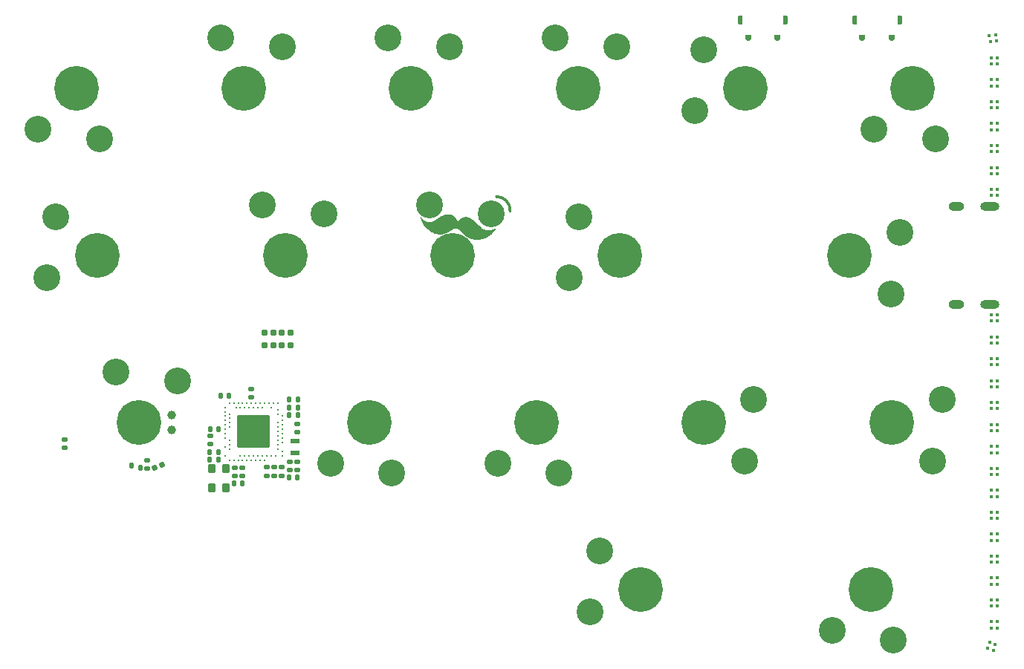
<source format=gts>
G04 #@! TF.GenerationSoftware,KiCad,Pcbnew,(6.0.11-0)*
G04 #@! TF.CreationDate,2023-02-16T18:45:00+08:00*
G04 #@! TF.ProjectId,Left,4c656674-2e6b-4696-9361-645f70636258,rev?*
G04 #@! TF.SameCoordinates,Original*
G04 #@! TF.FileFunction,Soldermask,Top*
G04 #@! TF.FilePolarity,Negative*
%FSLAX46Y46*%
G04 Gerber Fmt 4.6, Leading zero omitted, Abs format (unit mm)*
G04 Created by KiCad (PCBNEW (6.0.11-0)) date 2023-02-16 18:45:00*
%MOMM*%
%LPD*%
G01*
G04 APERTURE LIST*
G04 Aperture macros list*
%AMRoundRect*
0 Rectangle with rounded corners*
0 $1 Rounding radius*
0 $2 $3 $4 $5 $6 $7 $8 $9 X,Y pos of 4 corners*
0 Add a 4 corners polygon primitive as box body*
4,1,4,$2,$3,$4,$5,$6,$7,$8,$9,$2,$3,0*
0 Add four circle primitives for the rounded corners*
1,1,$1+$1,$2,$3*
1,1,$1+$1,$4,$5*
1,1,$1+$1,$6,$7*
1,1,$1+$1,$8,$9*
0 Add four rect primitives between the rounded corners*
20,1,$1+$1,$2,$3,$4,$5,0*
20,1,$1+$1,$4,$5,$6,$7,0*
20,1,$1+$1,$6,$7,$8,$9,0*
20,1,$1+$1,$8,$9,$2,$3,0*%
%AMFreePoly0*
4,1,13,-0.250000,0.375000,-0.240485,0.422835,-0.213388,0.463388,-0.172835,0.490485,-0.125000,0.500000,0.250000,0.500000,0.250000,-0.500000,-0.125000,-0.500000,-0.172835,-0.490485,-0.213388,-0.463388,-0.240485,-0.422835,-0.250000,-0.375000,-0.250000,0.375000,-0.250000,0.375000,$1*%
%AMFreePoly1*
4,1,13,-0.300000,0.150000,-0.288582,0.207403,-0.256066,0.256066,-0.207403,0.288582,-0.150000,0.300000,0.300000,0.300000,0.300000,-0.300000,-0.150000,-0.300000,-0.207403,-0.288582,-0.256066,-0.256066,-0.288582,-0.207403,-0.300000,-0.150000,-0.300000,0.150000,-0.300000,0.150000,$1*%
G04 Aperture macros list end*
%ADD10C,0.350000*%
%ADD11C,0.100000*%
%ADD12RoundRect,0.140000X-0.140000X-0.170000X0.140000X-0.170000X0.140000X0.170000X-0.140000X0.170000X0*%
%ADD13RoundRect,0.087500X-0.087500X-0.087500X0.087500X-0.087500X0.087500X0.087500X-0.087500X0.087500X0*%
%ADD14C,5.100000*%
%ADD15C,3.050000*%
%ADD16RoundRect,0.147500X0.079606X0.212545X-0.197603X0.111649X-0.079606X-0.212545X0.197603X-0.111649X0*%
%ADD17FreePoly0,180.000000*%
%ADD18FreePoly1,90.000000*%
%ADD19FreePoly0,0.000000*%
%ADD20R,1.100000X0.600000*%
%ADD21RoundRect,0.140000X-0.170000X0.140000X-0.170000X-0.140000X0.170000X-0.140000X0.170000X0.140000X0*%
%ADD22RoundRect,0.150000X-0.300000X0.350000X-0.300000X-0.350000X0.300000X-0.350000X0.300000X0.350000X0*%
%ADD23C,0.290000*%
%ADD24RoundRect,0.020000X-1.800000X-1.800000X1.800000X-1.800000X1.800000X1.800000X-1.800000X1.800000X0*%
%ADD25RoundRect,0.140000X0.140000X0.170000X-0.140000X0.170000X-0.140000X-0.170000X0.140000X-0.170000X0*%
%ADD26RoundRect,0.140000X0.170000X-0.140000X0.170000X0.140000X-0.170000X0.140000X-0.170000X-0.140000X0*%
%ADD27RoundRect,0.090000X-0.270000X0.210000X-0.270000X-0.210000X0.270000X-0.210000X0.270000X0.210000X0*%
%ADD28C,1.000000*%
%ADD29RoundRect,0.087500X-0.110256X-0.056178X0.056178X-0.110256X0.110256X0.056178X-0.056178X0.110256X0*%
%ADD30RoundRect,0.135000X0.175745X0.146845X-0.086234X0.212164X-0.175745X-0.146845X0.086234X-0.212164X0*%
%ADD31RoundRect,0.147500X-0.172500X0.147500X-0.172500X-0.147500X0.172500X-0.147500X0.172500X0.147500X0*%
%ADD32RoundRect,0.087500X-0.070976X-0.101365X0.101365X-0.070976X0.070976X0.101365X-0.101365X0.070976X0*%
%ADD33RoundRect,0.147500X0.172500X-0.147500X0.172500X0.147500X-0.172500X0.147500X-0.172500X-0.147500X0*%
%ADD34O,2.200000X1.000000*%
%ADD35O,1.800000X1.000000*%
G04 APERTURE END LIST*
D10*
X153445633Y-91070257D02*
G75*
G03*
X151878348Y-89400000I-1570633J96657D01*
G01*
D11*
G36*
X146422932Y-91439069D02*
G01*
X146491361Y-91448886D01*
X146557040Y-91462526D01*
X146620007Y-91479703D01*
X146680298Y-91500168D01*
X146737952Y-91523625D01*
X146793012Y-91549825D01*
X146845498Y-91578498D01*
X146895468Y-91609352D01*
X146942951Y-91642134D01*
X146987987Y-91676574D01*
X147030619Y-91712383D01*
X147070875Y-91749314D01*
X147144418Y-91825401D01*
X147208944Y-91902695D01*
X147264740Y-91979000D01*
X147312106Y-92052168D01*
X147351356Y-92120020D01*
X147382785Y-92180402D01*
X147423414Y-92270045D01*
X147436414Y-92303790D01*
X147455241Y-92275919D01*
X147478413Y-92244189D01*
X147510462Y-92203357D01*
X147551138Y-92155491D01*
X147600234Y-92102659D01*
X147657489Y-92046942D01*
X147722687Y-91990411D01*
X147758182Y-91962479D01*
X147795581Y-91935127D01*
X147834849Y-91908603D01*
X147875957Y-91883156D01*
X147918873Y-91859066D01*
X147963575Y-91836585D01*
X148010015Y-91815970D01*
X148058184Y-91797480D01*
X148108050Y-91781359D01*
X148159583Y-91767891D01*
X148212745Y-91757331D01*
X148267521Y-91749924D01*
X148323867Y-91745943D01*
X148381770Y-91745621D01*
X148441176Y-91749246D01*
X148502094Y-91757076D01*
X148575878Y-91772233D01*
X148649060Y-91793416D01*
X148721629Y-91820176D01*
X148793596Y-91852150D01*
X148864937Y-91888915D01*
X148935675Y-91930063D01*
X149005795Y-91975202D01*
X149075296Y-92023921D01*
X149212421Y-92130474D01*
X149347032Y-92246476D01*
X149479103Y-92368693D01*
X149608633Y-92493907D01*
X149859912Y-92740313D01*
X149981625Y-92855033D01*
X150100702Y-92959784D01*
X150217095Y-93051329D01*
X150274293Y-93091135D01*
X150330824Y-93126429D01*
X150386670Y-93156791D01*
X150441843Y-93181823D01*
X150496318Y-93201138D01*
X150550115Y-93214307D01*
X150685356Y-93234858D01*
X150814132Y-93245633D01*
X150936128Y-93247835D01*
X151051041Y-93242591D01*
X151158547Y-93231093D01*
X151258339Y-93214484D01*
X151350116Y-93193940D01*
X151433550Y-93170618D01*
X151508342Y-93145689D01*
X151574168Y-93120298D01*
X151677696Y-93072841D01*
X151763515Y-93023704D01*
X151745717Y-93054905D01*
X151691414Y-93140203D01*
X151650152Y-93199218D01*
X151599242Y-93267071D01*
X151538514Y-93342191D01*
X151467801Y-93423012D01*
X151386934Y-93507983D01*
X151295732Y-93595529D01*
X151246207Y-93639774D01*
X151194026Y-93684079D01*
X151139190Y-93728253D01*
X151081651Y-93772097D01*
X151021415Y-93815406D01*
X150958432Y-93857995D01*
X150892712Y-93899665D01*
X150824208Y-93940229D01*
X150752903Y-93979480D01*
X150678783Y-94017227D01*
X150601824Y-94053266D01*
X150521991Y-94087422D01*
X150419972Y-94126566D01*
X150318953Y-94160485D01*
X150218971Y-94189266D01*
X150119989Y-94213037D01*
X150022033Y-94231881D01*
X149925087Y-94245926D01*
X149829163Y-94255263D01*
X149734263Y-94260023D01*
X149640378Y-94260301D01*
X149547512Y-94256195D01*
X149455667Y-94247828D01*
X149364847Y-94235310D01*
X149275048Y-94218732D01*
X149186262Y-94198220D01*
X149011786Y-94145806D01*
X148841399Y-94078922D01*
X148675111Y-93998445D01*
X148512922Y-93905228D01*
X148354857Y-93800150D01*
X148200892Y-93684061D01*
X148051064Y-93557835D01*
X147905351Y-93422342D01*
X147763763Y-93278432D01*
X147723033Y-93236278D01*
X147683705Y-93197563D01*
X147645700Y-93162197D01*
X147608962Y-93130059D01*
X147573407Y-93101041D01*
X147538965Y-93075040D01*
X147505567Y-93051944D01*
X147473139Y-93031636D01*
X147441617Y-93014021D01*
X147410919Y-92998985D01*
X147380980Y-92986419D01*
X147351721Y-92976206D01*
X147323078Y-92968252D01*
X147294970Y-92962440D01*
X147267347Y-92958657D01*
X147240108Y-92956810D01*
X147213206Y-92956769D01*
X147186549Y-92958432D01*
X147160084Y-92961697D01*
X147133722Y-92966452D01*
X147081050Y-92979991D01*
X147027962Y-92998181D01*
X146973887Y-93020152D01*
X146918256Y-93045024D01*
X146800000Y-93100000D01*
X146768580Y-93117945D01*
X146724608Y-93147541D01*
X146601144Y-93233326D01*
X146522684Y-93285347D01*
X146433795Y-93340655D01*
X146334965Y-93397179D01*
X146226734Y-93452824D01*
X146169254Y-93479658D01*
X146109619Y-93505500D01*
X146047904Y-93530069D01*
X145984159Y-93553107D01*
X145918452Y-93574377D01*
X145850874Y-93593586D01*
X145781444Y-93610483D01*
X145710264Y-93624827D01*
X145637378Y-93636329D01*
X145562867Y-93644741D01*
X145486790Y-93649799D01*
X145409211Y-93651248D01*
X145330199Y-93648815D01*
X145249811Y-93642257D01*
X145168120Y-93631296D01*
X145085203Y-93615669D01*
X144946911Y-93581612D01*
X144815194Y-93540902D01*
X144689882Y-93494062D01*
X144570836Y-93441599D01*
X144457921Y-93384015D01*
X144351004Y-93321816D01*
X144249917Y-93255507D01*
X144154542Y-93185602D01*
X144064723Y-93112597D01*
X143980327Y-93037007D01*
X143901209Y-92959328D01*
X143827225Y-92880082D01*
X143694088Y-92718871D01*
X143579787Y-92557432D01*
X143483192Y-92399819D01*
X143403164Y-92250084D01*
X143338561Y-92112264D01*
X143288251Y-91990421D01*
X143225966Y-91810859D01*
X143207227Y-91743816D01*
X143207218Y-91743803D01*
X143207224Y-91743805D01*
X143207227Y-91743816D01*
X143228088Y-91773314D01*
X143253730Y-91806914D01*
X143289137Y-91850174D01*
X143334025Y-91900915D01*
X143388114Y-91956954D01*
X143451116Y-92016109D01*
X143485855Y-92046176D01*
X143522725Y-92076198D01*
X143561670Y-92105907D01*
X143602676Y-92135042D01*
X143645687Y-92163320D01*
X143690676Y-92190465D01*
X143737617Y-92216199D01*
X143786445Y-92240266D01*
X143837160Y-92262386D01*
X143889697Y-92282281D01*
X143944038Y-92299689D01*
X144000149Y-92314328D01*
X144057977Y-92325922D01*
X144117502Y-92334217D01*
X144178682Y-92338922D01*
X144241480Y-92339774D01*
X144305872Y-92336487D01*
X144371803Y-92328804D01*
X144424544Y-92318716D01*
X144478575Y-92304252D01*
X144533847Y-92285724D01*
X144590277Y-92263463D01*
X144706461Y-92209035D01*
X144826686Y-92143546D01*
X144950483Y-92069607D01*
X145077454Y-91989792D01*
X145339064Y-91822936D01*
X145472831Y-91741067D01*
X145607964Y-91663703D01*
X145744036Y-91593424D01*
X145812286Y-91561753D01*
X145880606Y-91532828D01*
X145948935Y-91506967D01*
X146017218Y-91484496D01*
X146085408Y-91465753D01*
X146153442Y-91451037D01*
X146221267Y-91440684D01*
X146288824Y-91435028D01*
X146356065Y-91434387D01*
X146422932Y-91439069D01*
G37*
X146422932Y-91439069D02*
X146491361Y-91448886D01*
X146557040Y-91462526D01*
X146620007Y-91479703D01*
X146680298Y-91500168D01*
X146737952Y-91523625D01*
X146793012Y-91549825D01*
X146845498Y-91578498D01*
X146895468Y-91609352D01*
X146942951Y-91642134D01*
X146987987Y-91676574D01*
X147030619Y-91712383D01*
X147070875Y-91749314D01*
X147144418Y-91825401D01*
X147208944Y-91902695D01*
X147264740Y-91979000D01*
X147312106Y-92052168D01*
X147351356Y-92120020D01*
X147382785Y-92180402D01*
X147423414Y-92270045D01*
X147436414Y-92303790D01*
X147455241Y-92275919D01*
X147478413Y-92244189D01*
X147510462Y-92203357D01*
X147551138Y-92155491D01*
X147600234Y-92102659D01*
X147657489Y-92046942D01*
X147722687Y-91990411D01*
X147758182Y-91962479D01*
X147795581Y-91935127D01*
X147834849Y-91908603D01*
X147875957Y-91883156D01*
X147918873Y-91859066D01*
X147963575Y-91836585D01*
X148010015Y-91815970D01*
X148058184Y-91797480D01*
X148108050Y-91781359D01*
X148159583Y-91767891D01*
X148212745Y-91757331D01*
X148267521Y-91749924D01*
X148323867Y-91745943D01*
X148381770Y-91745621D01*
X148441176Y-91749246D01*
X148502094Y-91757076D01*
X148575878Y-91772233D01*
X148649060Y-91793416D01*
X148721629Y-91820176D01*
X148793596Y-91852150D01*
X148864937Y-91888915D01*
X148935675Y-91930063D01*
X149005795Y-91975202D01*
X149075296Y-92023921D01*
X149212421Y-92130474D01*
X149347032Y-92246476D01*
X149479103Y-92368693D01*
X149608633Y-92493907D01*
X149859912Y-92740313D01*
X149981625Y-92855033D01*
X150100702Y-92959784D01*
X150217095Y-93051329D01*
X150274293Y-93091135D01*
X150330824Y-93126429D01*
X150386670Y-93156791D01*
X150441843Y-93181823D01*
X150496318Y-93201138D01*
X150550115Y-93214307D01*
X150685356Y-93234858D01*
X150814132Y-93245633D01*
X150936128Y-93247835D01*
X151051041Y-93242591D01*
X151158547Y-93231093D01*
X151258339Y-93214484D01*
X151350116Y-93193940D01*
X151433550Y-93170618D01*
X151508342Y-93145689D01*
X151574168Y-93120298D01*
X151677696Y-93072841D01*
X151763515Y-93023704D01*
X151745717Y-93054905D01*
X151691414Y-93140203D01*
X151650152Y-93199218D01*
X151599242Y-93267071D01*
X151538514Y-93342191D01*
X151467801Y-93423012D01*
X151386934Y-93507983D01*
X151295732Y-93595529D01*
X151246207Y-93639774D01*
X151194026Y-93684079D01*
X151139190Y-93728253D01*
X151081651Y-93772097D01*
X151021415Y-93815406D01*
X150958432Y-93857995D01*
X150892712Y-93899665D01*
X150824208Y-93940229D01*
X150752903Y-93979480D01*
X150678783Y-94017227D01*
X150601824Y-94053266D01*
X150521991Y-94087422D01*
X150419972Y-94126566D01*
X150318953Y-94160485D01*
X150218971Y-94189266D01*
X150119989Y-94213037D01*
X150022033Y-94231881D01*
X149925087Y-94245926D01*
X149829163Y-94255263D01*
X149734263Y-94260023D01*
X149640378Y-94260301D01*
X149547512Y-94256195D01*
X149455667Y-94247828D01*
X149364847Y-94235310D01*
X149275048Y-94218732D01*
X149186262Y-94198220D01*
X149011786Y-94145806D01*
X148841399Y-94078922D01*
X148675111Y-93998445D01*
X148512922Y-93905228D01*
X148354857Y-93800150D01*
X148200892Y-93684061D01*
X148051064Y-93557835D01*
X147905351Y-93422342D01*
X147763763Y-93278432D01*
X147723033Y-93236278D01*
X147683705Y-93197563D01*
X147645700Y-93162197D01*
X147608962Y-93130059D01*
X147573407Y-93101041D01*
X147538965Y-93075040D01*
X147505567Y-93051944D01*
X147473139Y-93031636D01*
X147441617Y-93014021D01*
X147410919Y-92998985D01*
X147380980Y-92986419D01*
X147351721Y-92976206D01*
X147323078Y-92968252D01*
X147294970Y-92962440D01*
X147267347Y-92958657D01*
X147240108Y-92956810D01*
X147213206Y-92956769D01*
X147186549Y-92958432D01*
X147160084Y-92961697D01*
X147133722Y-92966452D01*
X147081050Y-92979991D01*
X147027962Y-92998181D01*
X146973887Y-93020152D01*
X146918256Y-93045024D01*
X146800000Y-93100000D01*
X146768580Y-93117945D01*
X146724608Y-93147541D01*
X146601144Y-93233326D01*
X146522684Y-93285347D01*
X146433795Y-93340655D01*
X146334965Y-93397179D01*
X146226734Y-93452824D01*
X146169254Y-93479658D01*
X146109619Y-93505500D01*
X146047904Y-93530069D01*
X145984159Y-93553107D01*
X145918452Y-93574377D01*
X145850874Y-93593586D01*
X145781444Y-93610483D01*
X145710264Y-93624827D01*
X145637378Y-93636329D01*
X145562867Y-93644741D01*
X145486790Y-93649799D01*
X145409211Y-93651248D01*
X145330199Y-93648815D01*
X145249811Y-93642257D01*
X145168120Y-93631296D01*
X145085203Y-93615669D01*
X144946911Y-93581612D01*
X144815194Y-93540902D01*
X144689882Y-93494062D01*
X144570836Y-93441599D01*
X144457921Y-93384015D01*
X144351004Y-93321816D01*
X144249917Y-93255507D01*
X144154542Y-93185602D01*
X144064723Y-93112597D01*
X143980327Y-93037007D01*
X143901209Y-92959328D01*
X143827225Y-92880082D01*
X143694088Y-92718871D01*
X143579787Y-92557432D01*
X143483192Y-92399819D01*
X143403164Y-92250084D01*
X143338561Y-92112264D01*
X143288251Y-91990421D01*
X143225966Y-91810859D01*
X143207227Y-91743816D01*
X143207218Y-91743803D01*
X143207224Y-91743805D01*
X143207227Y-91743816D01*
X143228088Y-91773314D01*
X143253730Y-91806914D01*
X143289137Y-91850174D01*
X143334025Y-91900915D01*
X143388114Y-91956954D01*
X143451116Y-92016109D01*
X143485855Y-92046176D01*
X143522725Y-92076198D01*
X143561670Y-92105907D01*
X143602676Y-92135042D01*
X143645687Y-92163320D01*
X143690676Y-92190465D01*
X143737617Y-92216199D01*
X143786445Y-92240266D01*
X143837160Y-92262386D01*
X143889697Y-92282281D01*
X143944038Y-92299689D01*
X144000149Y-92314328D01*
X144057977Y-92325922D01*
X144117502Y-92334217D01*
X144178682Y-92338922D01*
X144241480Y-92339774D01*
X144305872Y-92336487D01*
X144371803Y-92328804D01*
X144424544Y-92318716D01*
X144478575Y-92304252D01*
X144533847Y-92285724D01*
X144590277Y-92263463D01*
X144706461Y-92209035D01*
X144826686Y-92143546D01*
X144950483Y-92069607D01*
X145077454Y-91989792D01*
X145339064Y-91822936D01*
X145472831Y-91741067D01*
X145607964Y-91663703D01*
X145744036Y-91593424D01*
X145812286Y-91561753D01*
X145880606Y-91532828D01*
X145948935Y-91506967D01*
X146017218Y-91484496D01*
X146085408Y-91465753D01*
X146153442Y-91451037D01*
X146221267Y-91440684D01*
X146288824Y-91435028D01*
X146356065Y-91434387D01*
X146422932Y-91439069D01*
D12*
X119250000Y-115910000D03*
X120210000Y-115910000D03*
D13*
X208234100Y-86093100D03*
X208934100Y-86093100D03*
X208234100Y-86793100D03*
X208934100Y-86793100D03*
D14*
X123075000Y-77038500D03*
D15*
X127475000Y-72338500D03*
X120475000Y-71288500D03*
X163618750Y-129788500D03*
X162568750Y-136788500D03*
D14*
X168318750Y-134188500D03*
D13*
X208234100Y-78583500D03*
X208934100Y-78583500D03*
X208234100Y-79283500D03*
X208934100Y-79283500D03*
D16*
X113805751Y-119984120D03*
X112894249Y-120315880D03*
D13*
X208234100Y-102902700D03*
X208934100Y-102902700D03*
X208234100Y-103602700D03*
X208934100Y-103602700D03*
D17*
X184816000Y-69263500D03*
D18*
X180571000Y-71313500D03*
X183921000Y-71313500D03*
D19*
X179676000Y-69263500D03*
D13*
X208234100Y-112902700D03*
X208934100Y-112902700D03*
X208234100Y-113602700D03*
X208934100Y-113602700D03*
D14*
X127837500Y-96088500D03*
D15*
X125237500Y-90338500D03*
X132237500Y-91388500D03*
D13*
X208234100Y-73583500D03*
X208934100Y-73583500D03*
X208234100Y-74283500D03*
X208934100Y-74283500D03*
D20*
X128925000Y-118650000D03*
X128925000Y-117250000D03*
D21*
X129200000Y-119620000D03*
X129200000Y-120580000D03*
D12*
X119240000Y-119370000D03*
X120200000Y-119370000D03*
D22*
X119460000Y-120450000D03*
X119460000Y-122650000D03*
X121060000Y-122650000D03*
X121060000Y-120450000D03*
D23*
X125460500Y-119450000D03*
X124960500Y-119450000D03*
X124460500Y-119450000D03*
X123960500Y-119450000D03*
X123460500Y-119450000D03*
X122960500Y-119450000D03*
X122460500Y-119450000D03*
X121960500Y-119450000D03*
X121460500Y-119450000D03*
X120960500Y-113950000D03*
X126960500Y-113700000D03*
X126210500Y-113450000D03*
X125210500Y-113450000D03*
X124710500Y-113450000D03*
X124210500Y-113450000D03*
X123710500Y-113450000D03*
X123210500Y-113450000D03*
X122710500Y-113450000D03*
X122210500Y-113450000D03*
X120960500Y-113450000D03*
X126960500Y-112950000D03*
X126460500Y-112950000D03*
X125960500Y-112950000D03*
X125460500Y-112950000D03*
X124960500Y-112950000D03*
X124460500Y-112950000D03*
X123960500Y-112950000D03*
X123460500Y-112950000D03*
X122960500Y-112950000D03*
X122460500Y-112950000D03*
X121960500Y-112950000D03*
X121460500Y-112950000D03*
X127460500Y-118950000D03*
X126710500Y-118950000D03*
X126210500Y-118950000D03*
X125710500Y-118950000D03*
X125210500Y-118950000D03*
X124710500Y-118950000D03*
X124210500Y-118950000D03*
X123710500Y-118950000D03*
X123210500Y-118950000D03*
X122710500Y-118950000D03*
X120960500Y-118950000D03*
X127460500Y-118450000D03*
X126960500Y-118200000D03*
X121460500Y-118200000D03*
X120960500Y-117950000D03*
D24*
X124210500Y-116200000D03*
D23*
X126960500Y-117700000D03*
X121460500Y-117700000D03*
X127460500Y-117450000D03*
X126960500Y-117200000D03*
X121460500Y-117200000D03*
X127460500Y-116950000D03*
X120960500Y-116950000D03*
X126960500Y-116700000D03*
X127460500Y-116450000D03*
X120960500Y-116450000D03*
X126960500Y-116200000D03*
X127460500Y-115950000D03*
X120960500Y-115950000D03*
X126960500Y-115700000D03*
X121460500Y-115700000D03*
X127460500Y-115450000D03*
X120960500Y-115450000D03*
X126960500Y-115200000D03*
X121460500Y-115200000D03*
X127460500Y-114950000D03*
X120960500Y-114950000D03*
X121460500Y-114700000D03*
X127460500Y-114450000D03*
X120960500Y-114450000D03*
X126960500Y-114200000D03*
X121460500Y-114200000D03*
D25*
X129240500Y-114350000D03*
X128280500Y-114350000D03*
D15*
X151287500Y-91388500D03*
X144287500Y-90338500D03*
D14*
X146887500Y-96088500D03*
D15*
X197881250Y-93488500D03*
D14*
X192131250Y-96088500D03*
D15*
X196831250Y-100488500D03*
D14*
X111168750Y-115138500D03*
D15*
X108568750Y-109388500D03*
X115568750Y-110438500D03*
D13*
X208234100Y-122902700D03*
X208934100Y-122902700D03*
X208234100Y-123602700D03*
X208934100Y-123602700D03*
X208234100Y-125402700D03*
X208934100Y-125402700D03*
X208234100Y-126102700D03*
X208934100Y-126102700D03*
D26*
X119250000Y-117650000D03*
X119250000Y-116690000D03*
X122050000Y-121280000D03*
X122050000Y-120320000D03*
D13*
X208234100Y-130402700D03*
X208934100Y-130402700D03*
X208234100Y-131102700D03*
X208934100Y-131102700D03*
D27*
X128390000Y-106325000D03*
X127420000Y-106325000D03*
X126450000Y-106325000D03*
X125480000Y-106325000D03*
X125480000Y-104925000D03*
X126450000Y-104925000D03*
X127420000Y-104925000D03*
X128390000Y-104925000D03*
D15*
X174475000Y-79638500D03*
D14*
X180225000Y-77038500D03*
D15*
X175525000Y-72638500D03*
D13*
X208234100Y-76083500D03*
X208934100Y-76083500D03*
X208234100Y-76783500D03*
X208934100Y-76783500D03*
D28*
X114900000Y-114300000D03*
D14*
X199275000Y-77038500D03*
D15*
X194875000Y-81738500D03*
X201875000Y-82788500D03*
X202643750Y-112538500D03*
X201593750Y-119538500D03*
D14*
X196893750Y-115138500D03*
D15*
X152012500Y-119838500D03*
X159012500Y-120888500D03*
D14*
X156412500Y-115138500D03*
D13*
X208234100Y-115402700D03*
X208934100Y-115402700D03*
X208234100Y-116102700D03*
X208934100Y-116102700D03*
D29*
X208055886Y-140274974D03*
X208721626Y-140491286D03*
X207839574Y-140940714D03*
X208505314Y-141157026D03*
D15*
X139525000Y-71288500D03*
D14*
X142125000Y-77038500D03*
D15*
X146525000Y-72338500D03*
D30*
X111294851Y-120343380D03*
X110305149Y-120096620D03*
D13*
X208234100Y-105402700D03*
X208934100Y-105402700D03*
X208234100Y-106102700D03*
X208934100Y-106102700D03*
D15*
X99625000Y-81738500D03*
D14*
X104025000Y-77038500D03*
D15*
X106625000Y-82788500D03*
D13*
X208234100Y-83593100D03*
X208934100Y-83593100D03*
X208234100Y-84293100D03*
X208934100Y-84293100D03*
X208234100Y-127902700D03*
X208934100Y-127902700D03*
X208234100Y-128602700D03*
X208934100Y-128602700D03*
D26*
X127400000Y-121230000D03*
X127400000Y-120270000D03*
D31*
X125700000Y-120265000D03*
X125700000Y-121235000D03*
D13*
X208234100Y-132902700D03*
X208934100Y-132902700D03*
X208234100Y-133602700D03*
X208934100Y-133602700D03*
D28*
X114900000Y-116000000D03*
D25*
X120190000Y-118550000D03*
X119230000Y-118550000D03*
D14*
X106406300Y-96088500D03*
D15*
X101706300Y-91688500D03*
X100656300Y-98688500D03*
D12*
X120470000Y-112150000D03*
X121430000Y-112150000D03*
D13*
X208234100Y-107902700D03*
X208934100Y-107902700D03*
X208234100Y-108602700D03*
X208934100Y-108602700D03*
D26*
X129210500Y-116280000D03*
X129210500Y-115320000D03*
D13*
X208234100Y-88583500D03*
X208934100Y-88583500D03*
X208234100Y-89283500D03*
X208934100Y-89283500D03*
X208234100Y-110402700D03*
X208934100Y-110402700D03*
X208234100Y-111102700D03*
X208934100Y-111102700D03*
X208234100Y-81083500D03*
X208934100Y-81083500D03*
X208234100Y-81783500D03*
X208934100Y-81783500D03*
D21*
X123950000Y-111330000D03*
X123950000Y-112290000D03*
D32*
X208044540Y-71066094D03*
X208733906Y-70944540D03*
X208166094Y-71755460D03*
X208855460Y-71633906D03*
D12*
X128270000Y-121400000D03*
X129230000Y-121400000D03*
D25*
X122960000Y-122080000D03*
X122000000Y-122080000D03*
X129240500Y-112550000D03*
X128280500Y-112550000D03*
D33*
X126550000Y-121235000D03*
X126550000Y-120265000D03*
D15*
X139962500Y-120888500D03*
D14*
X137362500Y-115138500D03*
D15*
X132962500Y-119838500D03*
D13*
X208234100Y-117902700D03*
X208934100Y-117902700D03*
X208234100Y-118602700D03*
X208934100Y-118602700D03*
X208234100Y-135402700D03*
X208934100Y-135402700D03*
X208234100Y-136102700D03*
X208934100Y-136102700D03*
X208234100Y-137902700D03*
X208934100Y-137902700D03*
X208234100Y-138602700D03*
X208934100Y-138602700D03*
D14*
X161175000Y-77038500D03*
D15*
X165575000Y-72338500D03*
X158575000Y-71288500D03*
D26*
X128300000Y-120580000D03*
X128300000Y-119620000D03*
D17*
X197816000Y-69263500D03*
D18*
X193571000Y-71313500D03*
X196921000Y-71313500D03*
D19*
X192676000Y-69263500D03*
D21*
X112100000Y-119490000D03*
X112100000Y-120450000D03*
D26*
X102700000Y-118093000D03*
X102700000Y-117133000D03*
D21*
X122900000Y-120320000D03*
X122900000Y-121280000D03*
D15*
X180162500Y-119538500D03*
X181212500Y-112538500D03*
D14*
X175462500Y-115138500D03*
X165937500Y-96088500D03*
D15*
X160187500Y-98688500D03*
X161237500Y-91688500D03*
D13*
X208234100Y-120402700D03*
X208934100Y-120402700D03*
X208234100Y-121102700D03*
X208934100Y-121102700D03*
D14*
X194512500Y-134188500D03*
D15*
X190112500Y-138888500D03*
X197112500Y-139938500D03*
D25*
X129240500Y-113450000D03*
X128280500Y-113450000D03*
D34*
X208102700Y-101668800D03*
X208102700Y-90518200D03*
D35*
X204302700Y-90517900D03*
X204302700Y-101668800D03*
M02*

</source>
